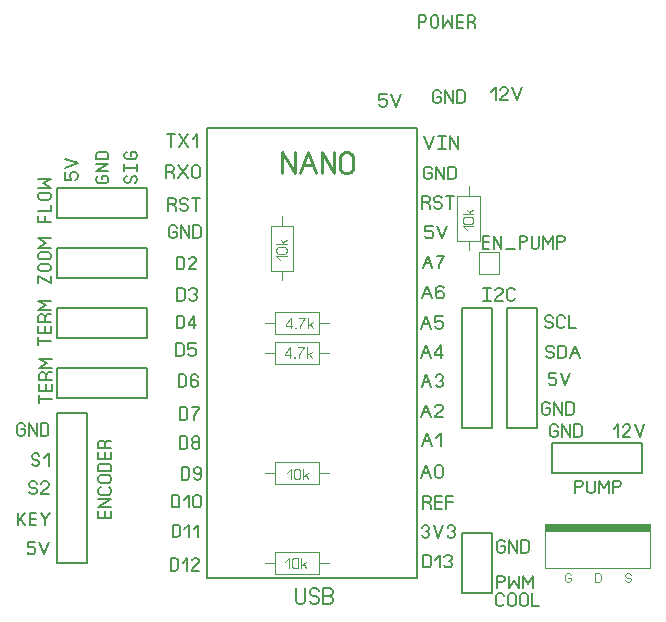
<source format=gbr>
%FSLAX34Y34*%
%MOMM*%
%LNSILK_TOP*%
G71*
G01*
%ADD10C, 0.20*%
%ADD11C, 0.19*%
%ADD12C, 0.10*%
%ADD13C, 0.09*%
%ADD14C, 0.11*%
%ADD15C, 0.22*%
%ADD16C, 0.17*%
%LPD*%
G54D10*
X165100Y876300D02*
X342900Y876300D01*
X342900Y495300D01*
X165100Y495300D01*
X165100Y876300D01*
G54D11*
X349007Y869499D02*
X353007Y858832D01*
X357007Y869499D01*
G54D11*
X360740Y858832D02*
X367140Y858832D01*
G54D11*
X363940Y858832D02*
X363940Y869499D01*
G54D11*
X360740Y869499D02*
X367140Y869499D01*
G54D11*
X370873Y858832D02*
X370873Y869499D01*
X377273Y858832D01*
X377273Y869499D01*
G54D11*
X352207Y838511D02*
X355407Y838511D01*
X355407Y835178D01*
X354607Y833845D01*
X353007Y833178D01*
X351407Y833178D01*
X349807Y833845D01*
X349007Y835178D01*
X349007Y841845D01*
X349807Y843178D01*
X351407Y843845D01*
X353007Y843845D01*
X354607Y843178D01*
X355407Y841845D01*
G54D11*
X359140Y833178D02*
X359140Y843845D01*
X365540Y833178D01*
X365540Y843845D01*
G54D11*
X369273Y833178D02*
X369273Y843845D01*
X373273Y843845D01*
X374873Y843178D01*
X375673Y841845D01*
X375673Y835178D01*
X374873Y833845D01*
X373273Y833178D01*
X369273Y833178D01*
G54D11*
X350557Y813495D02*
X352957Y812162D01*
X353757Y810829D01*
X353757Y808162D01*
G54D11*
X347357Y808162D02*
X347357Y818829D01*
X351357Y818829D01*
X352957Y818162D01*
X353757Y816829D01*
X353757Y815495D01*
X352957Y814162D01*
X351357Y813495D01*
X347357Y813495D01*
G54D11*
X357490Y810162D02*
X358290Y808829D01*
X359890Y808162D01*
X361490Y808162D01*
X363090Y808829D01*
X363890Y810162D01*
X363890Y811495D01*
X363090Y812829D01*
X361490Y813495D01*
X359890Y813495D01*
X358290Y814162D01*
X357490Y815495D01*
X357490Y816829D01*
X358290Y818162D01*
X359890Y818829D01*
X361490Y818829D01*
X363090Y818162D01*
X363890Y816829D01*
G54D11*
X370823Y808162D02*
X370823Y818829D01*
G54D11*
X367623Y818829D02*
X374023Y818829D01*
G54D11*
X356454Y793583D02*
X350054Y793583D01*
X350054Y788916D01*
X350854Y788916D01*
X352454Y789583D01*
X354054Y789583D01*
X355654Y788916D01*
X356454Y787583D01*
X356454Y784916D01*
X355654Y783583D01*
X354054Y782916D01*
X352454Y782916D01*
X350854Y783583D01*
X350054Y784916D01*
G54D11*
X360187Y793583D02*
X364187Y782916D01*
X368187Y793583D01*
G54D11*
X347960Y757785D02*
X351960Y768452D01*
X355960Y757785D01*
G54D11*
X349560Y761785D02*
X354360Y761785D01*
G54D11*
X359693Y768452D02*
X366093Y768452D01*
X365293Y767118D01*
X363693Y765118D01*
X362093Y762452D01*
X361293Y760452D01*
X361293Y757785D01*
G54D11*
X347436Y732130D02*
X351436Y742797D01*
X355436Y732130D01*
G54D11*
X349036Y736130D02*
X353836Y736130D01*
G54D11*
X365569Y740797D02*
X364769Y742130D01*
X363169Y742797D01*
X361569Y742797D01*
X359969Y742130D01*
X359169Y740797D01*
X359169Y737463D01*
X359169Y736797D01*
X361569Y738130D01*
X363169Y738130D01*
X364769Y737463D01*
X365569Y736130D01*
X365569Y734130D01*
X364769Y732797D01*
X363169Y732130D01*
X361569Y732130D01*
X359969Y732797D01*
X359169Y734130D01*
X359169Y737463D01*
G54D11*
X346389Y706476D02*
X350389Y717143D01*
X354389Y706476D01*
G54D11*
X347989Y710476D02*
X352789Y710476D01*
G54D11*
X364522Y717143D02*
X358122Y717143D01*
X358122Y712476D01*
X358922Y712476D01*
X360522Y713143D01*
X362122Y713143D01*
X363722Y712476D01*
X364522Y711143D01*
X364522Y708476D01*
X363722Y707143D01*
X362122Y706476D01*
X360522Y706476D01*
X358922Y707143D01*
X358122Y708476D01*
G54D11*
X346389Y681869D02*
X350389Y692536D01*
X354389Y681869D01*
G54D11*
X347989Y685869D02*
X352789Y685869D01*
G54D11*
X362922Y681869D02*
X362922Y692536D01*
X358122Y685869D01*
X358122Y684536D01*
X364522Y684536D01*
G54D11*
X346913Y657261D02*
X350913Y667928D01*
X354913Y657261D01*
G54D11*
X348513Y661261D02*
X353313Y661261D01*
G54D11*
X358646Y665928D02*
X359446Y667261D01*
X361046Y667928D01*
X362646Y667928D01*
X364246Y667261D01*
X365046Y665928D01*
X365046Y664594D01*
X364246Y663261D01*
X362646Y662594D01*
X364246Y661928D01*
X365046Y660594D01*
X365046Y659261D01*
X364246Y657928D01*
X362646Y657261D01*
X361046Y657261D01*
X359446Y657928D01*
X358646Y659261D01*
G54D11*
X346389Y631607D02*
X350389Y642274D01*
X354389Y631607D01*
G54D11*
X347989Y635607D02*
X352789Y635607D01*
G54D11*
X364522Y631607D02*
X358122Y631607D01*
X358122Y632274D01*
X358922Y633607D01*
X363722Y637607D01*
X364522Y638940D01*
X364522Y640274D01*
X363722Y641607D01*
X362122Y642274D01*
X360522Y642274D01*
X358922Y641607D01*
X358122Y640274D01*
G54D11*
X347436Y607523D02*
X351436Y618190D01*
X355436Y607523D01*
G54D11*
X349036Y611523D02*
X353836Y611523D01*
G54D11*
X359169Y614190D02*
X363169Y618190D01*
X363169Y607523D01*
G54D11*
X346389Y580298D02*
X350389Y590965D01*
X354389Y580298D01*
G54D11*
X347989Y584298D02*
X352789Y584298D01*
G54D11*
X364522Y588965D02*
X364522Y582298D01*
X363722Y580965D01*
X362122Y580298D01*
X360522Y580298D01*
X358922Y580965D01*
X358122Y582298D01*
X358122Y588965D01*
X358922Y590298D01*
X360522Y590965D01*
X362122Y590965D01*
X363722Y590298D01*
X364522Y588965D01*
G54D11*
X351160Y559453D02*
X353560Y558120D01*
X354360Y556787D01*
X354360Y554120D01*
G54D11*
X347960Y554120D02*
X347960Y564787D01*
X351960Y564787D01*
X353560Y564120D01*
X354360Y562787D01*
X354360Y561453D01*
X353560Y560120D01*
X351960Y559453D01*
X347960Y559453D01*
G54D11*
X363693Y554120D02*
X358093Y554120D01*
X358093Y564787D01*
X363693Y564787D01*
G54D11*
X358093Y559453D02*
X363693Y559453D01*
G54D11*
X367426Y554120D02*
X367426Y564787D01*
X373026Y564787D01*
G54D11*
X367426Y559453D02*
X373026Y559453D01*
G54D11*
X346913Y538180D02*
X347713Y539513D01*
X349313Y540180D01*
X350913Y540180D01*
X352513Y539513D01*
X353313Y538180D01*
X353313Y536846D01*
X352513Y535513D01*
X350913Y534846D01*
X352513Y534180D01*
X353313Y532846D01*
X353313Y531513D01*
X352513Y530180D01*
X350913Y529513D01*
X349313Y529513D01*
X347713Y530180D01*
X346913Y531513D01*
G54D11*
X357046Y540180D02*
X361046Y529513D01*
X365046Y540180D01*
G54D11*
X368779Y538180D02*
X369579Y539513D01*
X371179Y540180D01*
X372779Y540180D01*
X374379Y539513D01*
X375179Y538180D01*
X375179Y536846D01*
X374379Y535513D01*
X372779Y534846D01*
X374379Y534180D01*
X375179Y532846D01*
X375179Y531513D01*
X374379Y530180D01*
X372779Y529513D01*
X371179Y529513D01*
X369579Y530180D01*
X368779Y531513D01*
G54D11*
X347960Y504382D02*
X347960Y515049D01*
X351960Y515049D01*
X353560Y514382D01*
X354360Y513049D01*
X354360Y506382D01*
X353560Y505049D01*
X351960Y504382D01*
X347960Y504382D01*
G54D11*
X358093Y511049D02*
X362093Y515049D01*
X362093Y504382D01*
G54D11*
X365826Y513049D02*
X366626Y514382D01*
X368226Y515049D01*
X369826Y515049D01*
X371426Y514382D01*
X372226Y513049D01*
X372226Y511715D01*
X371426Y510382D01*
X369826Y509715D01*
X371426Y509049D01*
X372226Y507715D01*
X372226Y506382D01*
X371426Y505049D01*
X369826Y504382D01*
X368226Y504382D01*
X366626Y505049D01*
X365826Y506382D01*
G54D11*
X134406Y860402D02*
X134406Y871069D01*
G54D11*
X131206Y871069D02*
X137606Y871069D01*
G54D11*
X141339Y871069D02*
X149339Y860402D01*
G54D11*
X141339Y860402D02*
X149339Y871069D01*
G54D11*
X153072Y867069D02*
X157072Y871069D01*
X157072Y860402D01*
G54D11*
X133882Y839557D02*
X136282Y838224D01*
X137082Y836891D01*
X137082Y834224D01*
G54D11*
X130682Y834224D02*
X130682Y844891D01*
X134682Y844891D01*
X136282Y844224D01*
X137082Y842891D01*
X137082Y841557D01*
X136282Y840224D01*
X134682Y839557D01*
X130682Y839557D01*
G54D11*
X140815Y844891D02*
X148815Y834224D01*
G54D11*
X140815Y834224D02*
X148815Y844891D01*
G54D11*
X158948Y842891D02*
X158948Y836224D01*
X158148Y834891D01*
X156548Y834224D01*
X154948Y834224D01*
X153348Y834891D01*
X152548Y836224D01*
X152548Y842891D01*
X153348Y844224D01*
X154948Y844891D01*
X156548Y844891D01*
X158148Y844224D01*
X158948Y842891D01*
G54D11*
X135453Y811808D02*
X137853Y810475D01*
X138653Y809142D01*
X138653Y806475D01*
G54D11*
X132253Y806475D02*
X132253Y817142D01*
X136253Y817142D01*
X137853Y816475D01*
X138653Y815142D01*
X138653Y813808D01*
X137853Y812475D01*
X136253Y811808D01*
X132253Y811808D01*
G54D11*
X142386Y808475D02*
X143186Y807142D01*
X144786Y806475D01*
X146386Y806475D01*
X147986Y807142D01*
X148786Y808475D01*
X148786Y809808D01*
X147986Y811142D01*
X146386Y811808D01*
X144786Y811808D01*
X143186Y812475D01*
X142386Y813808D01*
X142386Y815142D01*
X143186Y816475D01*
X144786Y817142D01*
X146386Y817142D01*
X147986Y816475D01*
X148786Y815142D01*
G54D11*
X155719Y806475D02*
X155719Y817142D01*
G54D11*
X152519Y817142D02*
X158919Y817142D01*
G54D11*
X136500Y788772D02*
X139700Y788772D01*
X139700Y785439D01*
X138900Y784106D01*
X137300Y783439D01*
X135700Y783439D01*
X134100Y784106D01*
X133300Y785439D01*
X133300Y792106D01*
X134100Y793439D01*
X135700Y794106D01*
X137300Y794106D01*
X138900Y793439D01*
X139700Y792106D01*
G54D11*
X143433Y783439D02*
X143433Y794106D01*
X149833Y783439D01*
X149833Y794106D01*
G54D11*
X153566Y783439D02*
X153566Y794106D01*
X157566Y794106D01*
X159166Y793439D01*
X159966Y792106D01*
X159966Y785439D01*
X159166Y784106D01*
X157566Y783439D01*
X153566Y783439D01*
G54D11*
X139583Y756737D02*
X139583Y767404D01*
X143583Y767404D01*
X145183Y766737D01*
X145983Y765404D01*
X145983Y758737D01*
X145183Y757404D01*
X143583Y756737D01*
X139583Y756737D01*
G54D11*
X156116Y756737D02*
X149716Y756737D01*
X149716Y757404D01*
X150516Y758737D01*
X155316Y762737D01*
X156116Y764070D01*
X156116Y765404D01*
X155316Y766737D01*
X153716Y767404D01*
X152116Y767404D01*
X150516Y766737D01*
X149716Y765404D01*
G54D11*
X139700Y730250D02*
X139700Y740917D01*
X143700Y740917D01*
X145300Y740250D01*
X146100Y738917D01*
X146100Y732250D01*
X145300Y730917D01*
X143700Y730250D01*
X139700Y730250D01*
G54D11*
X149833Y738917D02*
X150633Y740250D01*
X152233Y740917D01*
X153833Y740917D01*
X155433Y740250D01*
X156233Y738917D01*
X156233Y737583D01*
X155433Y736250D01*
X153833Y735583D01*
X155433Y734917D01*
X156233Y733583D01*
X156233Y732250D01*
X155433Y730917D01*
X153833Y730250D01*
X152233Y730250D01*
X150633Y730917D01*
X149833Y732250D01*
G54D11*
X139583Y706999D02*
X139583Y717666D01*
X143583Y717666D01*
X145183Y716999D01*
X145983Y715666D01*
X145983Y708999D01*
X145183Y707666D01*
X143583Y706999D01*
X139583Y706999D01*
G54D11*
X154516Y706999D02*
X154516Y717666D01*
X149716Y710999D01*
X149716Y709666D01*
X156116Y709666D01*
G54D11*
X139059Y683439D02*
X139059Y694106D01*
X143059Y694106D01*
X144659Y693439D01*
X145459Y692106D01*
X145459Y685439D01*
X144659Y684106D01*
X143059Y683439D01*
X139059Y683439D01*
G54D11*
X155592Y694106D02*
X149192Y694106D01*
X149192Y689439D01*
X149992Y689439D01*
X151592Y690106D01*
X153192Y690106D01*
X154792Y689439D01*
X155592Y688106D01*
X155592Y685439D01*
X154792Y684106D01*
X153192Y683439D01*
X151592Y683439D01*
X149992Y684106D01*
X149192Y685439D01*
G54D11*
X141154Y657261D02*
X141154Y667928D01*
X145154Y667928D01*
X146754Y667261D01*
X147554Y665928D01*
X147554Y659261D01*
X146754Y657928D01*
X145154Y657261D01*
X141154Y657261D01*
G54D11*
X157687Y665928D02*
X156887Y667261D01*
X155287Y667928D01*
X153687Y667928D01*
X152087Y667261D01*
X151287Y665928D01*
X151287Y662594D01*
X151287Y661928D01*
X153687Y663261D01*
X155287Y663261D01*
X156887Y662594D01*
X157687Y661261D01*
X157687Y659261D01*
X156887Y657928D01*
X155287Y657261D01*
X153687Y657261D01*
X152087Y657928D01*
X151287Y659261D01*
X151287Y662594D01*
G54D11*
X142201Y629512D02*
X142201Y640179D01*
X146201Y640179D01*
X147801Y639512D01*
X148601Y638179D01*
X148601Y631512D01*
X147801Y630179D01*
X146201Y629512D01*
X142201Y629512D01*
G54D11*
X152334Y640179D02*
X158734Y640179D01*
X157934Y638845D01*
X156334Y636845D01*
X154734Y634179D01*
X153934Y632179D01*
X153934Y629512D01*
G54D11*
X142201Y604905D02*
X142201Y615572D01*
X146201Y615572D01*
X147801Y614905D01*
X148601Y613572D01*
X148601Y606905D01*
X147801Y605572D01*
X146201Y604905D01*
X142201Y604905D01*
G54D11*
X156334Y610238D02*
X154734Y610238D01*
X153134Y610905D01*
X152334Y612238D01*
X152334Y613572D01*
X153134Y614905D01*
X154734Y615572D01*
X156334Y615572D01*
X157934Y614905D01*
X158734Y613572D01*
X158734Y612238D01*
X157934Y610905D01*
X156334Y610238D01*
X157934Y609572D01*
X158734Y608238D01*
X158734Y606905D01*
X157934Y605572D01*
X156334Y604905D01*
X154734Y604905D01*
X153134Y605572D01*
X152334Y606905D01*
X152334Y608238D01*
X153134Y609572D01*
X154734Y610238D01*
G54D11*
X143771Y578727D02*
X143771Y589394D01*
X147771Y589394D01*
X149371Y588727D01*
X150171Y587394D01*
X150171Y580727D01*
X149371Y579394D01*
X147771Y578727D01*
X143771Y578727D01*
G54D11*
X153904Y580727D02*
X154704Y579394D01*
X156304Y578727D01*
X157904Y578727D01*
X159504Y579394D01*
X160304Y580727D01*
X160304Y584060D01*
X160304Y584727D01*
X157904Y583394D01*
X156304Y583394D01*
X154704Y584060D01*
X153904Y585394D01*
X153904Y587394D01*
X154704Y588727D01*
X156304Y589394D01*
X157904Y589394D01*
X159504Y588727D01*
X160304Y587394D01*
X160304Y584060D01*
G54D11*
X135394Y555166D02*
X135394Y565833D01*
X139394Y565833D01*
X140994Y565166D01*
X141794Y563833D01*
X141794Y557166D01*
X140994Y555833D01*
X139394Y555166D01*
X135394Y555166D01*
G54D11*
X145527Y561833D02*
X149527Y565833D01*
X149527Y555166D01*
G54D11*
X159660Y563833D02*
X159660Y557166D01*
X158860Y555833D01*
X157260Y555166D01*
X155660Y555166D01*
X154060Y555833D01*
X153260Y557166D01*
X153260Y563833D01*
X154060Y565166D01*
X155660Y565833D01*
X157260Y565833D01*
X158860Y565166D01*
X159660Y563833D01*
G54D11*
X135918Y530036D02*
X135918Y540703D01*
X139918Y540703D01*
X141518Y540036D01*
X142318Y538703D01*
X142318Y532036D01*
X141518Y530703D01*
X139918Y530036D01*
X135918Y530036D01*
G54D11*
X146051Y536703D02*
X150051Y540703D01*
X150051Y530036D01*
G54D11*
X153784Y536703D02*
X157784Y540703D01*
X157784Y530036D01*
G54D11*
X134347Y501763D02*
X134347Y512430D01*
X138347Y512430D01*
X139947Y511763D01*
X140747Y510430D01*
X140747Y503763D01*
X139947Y502430D01*
X138347Y501763D01*
X134347Y501763D01*
G54D11*
X144480Y508430D02*
X148480Y512430D01*
X148480Y501763D01*
G54D11*
X158613Y501763D02*
X152213Y501763D01*
X152213Y502430D01*
X153013Y503763D01*
X157813Y507763D01*
X158613Y509096D01*
X158613Y510430D01*
X157813Y511763D01*
X156213Y512430D01*
X154613Y512430D01*
X153013Y511763D01*
X152213Y510430D01*
G54D11*
X452387Y683628D02*
X453187Y682294D01*
X454787Y681628D01*
X456387Y681628D01*
X457987Y682294D01*
X458787Y683628D01*
X458787Y684961D01*
X457987Y686294D01*
X456387Y686961D01*
X454787Y686961D01*
X453187Y687628D01*
X452387Y688961D01*
X452387Y690294D01*
X453187Y691628D01*
X454787Y692294D01*
X456387Y692294D01*
X457987Y691628D01*
X458787Y690294D01*
G54D11*
X462520Y681628D02*
X462520Y692294D01*
X466520Y692294D01*
X468120Y691628D01*
X468920Y690294D01*
X468920Y683628D01*
X468120Y682294D01*
X466520Y681628D01*
X462520Y681628D01*
G54D11*
X472653Y681628D02*
X476653Y692294D01*
X480653Y681628D01*
G54D11*
X474253Y685628D02*
X479053Y685628D01*
G54D11*
X451701Y709084D02*
X452501Y707751D01*
X454101Y707084D01*
X455701Y707084D01*
X457301Y707751D01*
X458101Y709084D01*
X458101Y710418D01*
X457301Y711751D01*
X455701Y712418D01*
X454101Y712418D01*
X452501Y713084D01*
X451701Y714418D01*
X451701Y715751D01*
X452501Y717084D01*
X454101Y717751D01*
X455701Y717751D01*
X457301Y717084D01*
X458101Y715751D01*
G54D11*
X468234Y709084D02*
X467434Y707751D01*
X465834Y707084D01*
X464234Y707084D01*
X462634Y707751D01*
X461834Y709084D01*
X461834Y715751D01*
X462634Y717084D01*
X464234Y717751D01*
X465834Y717751D01*
X467434Y717084D01*
X468234Y715751D01*
G54D11*
X471967Y717751D02*
X471967Y707084D01*
X477567Y707084D01*
G54D12*
X260300Y720700D02*
X260300Y701700D01*
X222300Y701700D01*
X222300Y720700D01*
X260300Y720700D01*
G54D12*
X260400Y711200D02*
X268300Y711200D01*
G54D12*
X222300Y711200D02*
X214400Y711200D01*
G54D12*
X260300Y695300D02*
X260300Y676300D01*
X222300Y676300D01*
X222300Y695300D01*
X260300Y695300D01*
G54D12*
X260400Y685800D02*
X268300Y685800D01*
G54D12*
X222300Y685800D02*
X214400Y685800D01*
G54D12*
X238100Y755700D02*
X219100Y755700D01*
X219100Y793700D01*
X238100Y793700D01*
X238100Y755700D01*
G54D12*
X228600Y755600D02*
X228600Y747700D01*
G54D12*
X228600Y793700D02*
X228600Y801600D01*
G54D10*
X38100Y825500D02*
X114300Y825500D01*
X114300Y800100D01*
X38100Y800100D01*
X38100Y825500D01*
G54D10*
X38100Y774700D02*
X114300Y774700D01*
X114300Y749300D01*
X38100Y749300D01*
X38100Y774700D01*
G54D10*
X38100Y723900D02*
X114300Y723900D01*
X114300Y698500D01*
X38100Y698500D01*
X38100Y723900D01*
G54D10*
X38100Y647700D02*
X114300Y647700D01*
X114300Y673100D01*
X38100Y673100D01*
X38100Y647700D01*
G54D11*
X32923Y796758D02*
X22256Y796758D01*
X22256Y802358D01*
G54D11*
X27590Y796758D02*
X27590Y802358D01*
G54D11*
X22256Y806091D02*
X32923Y806091D01*
X32923Y811691D01*
G54D11*
X24256Y821824D02*
X30923Y821824D01*
X32256Y821024D01*
X32923Y819424D01*
X32923Y817824D01*
X32256Y816224D01*
X30923Y815424D01*
X24256Y815424D01*
X22923Y816224D01*
X22256Y817824D01*
X22256Y819424D01*
X22923Y821024D01*
X24256Y821824D01*
G54D11*
X22256Y825557D02*
X32923Y825557D01*
X26256Y829557D01*
X32923Y833557D01*
X22256Y833557D01*
G54D11*
X22256Y744895D02*
X22256Y751295D01*
X32923Y744895D01*
X32923Y751295D01*
G54D11*
X24256Y761428D02*
X30923Y761428D01*
X32256Y760628D01*
X32923Y759028D01*
X32923Y757428D01*
X32256Y755828D01*
X30923Y755028D01*
X24256Y755028D01*
X22923Y755828D01*
X22256Y757428D01*
X22256Y759028D01*
X22923Y760628D01*
X24256Y761428D01*
G54D11*
X24256Y771561D02*
X30923Y771561D01*
X32256Y770761D01*
X32923Y769161D01*
X32923Y767561D01*
X32256Y765961D01*
X30923Y765161D01*
X24256Y765161D01*
X22923Y765961D01*
X22256Y767561D01*
X22256Y769161D01*
X22923Y770761D01*
X24256Y771561D01*
G54D11*
X32923Y775294D02*
X22256Y775294D01*
X28923Y779294D01*
X22256Y783294D01*
X32923Y783294D01*
G54D11*
X32923Y695921D02*
X22256Y695921D01*
G54D11*
X22256Y692721D02*
X22256Y699121D01*
G54D11*
X32923Y708454D02*
X32923Y702854D01*
X22256Y702854D01*
X22256Y708454D01*
G54D11*
X27590Y702854D02*
X27590Y708454D01*
G54D11*
X27590Y715387D02*
X28923Y717787D01*
X30256Y718587D01*
X32923Y718587D01*
G54D11*
X32923Y712187D02*
X22256Y712187D01*
X22256Y716187D01*
X22923Y717787D01*
X24256Y718587D01*
X25590Y718587D01*
X26923Y717787D01*
X27590Y716187D01*
X27590Y712187D01*
G54D11*
X32923Y722320D02*
X22256Y722320D01*
X28923Y726320D01*
X22256Y730320D01*
X32923Y730320D01*
G54D11*
X33855Y646852D02*
X23188Y646852D01*
G54D11*
X23188Y643652D02*
X23188Y650052D01*
G54D11*
X33855Y659385D02*
X33855Y653785D01*
X23188Y653785D01*
X23188Y659385D01*
G54D11*
X28522Y653785D02*
X28522Y659385D01*
G54D11*
X28522Y666318D02*
X29855Y668718D01*
X31188Y669518D01*
X33855Y669518D01*
G54D11*
X33855Y663118D02*
X23188Y663118D01*
X23188Y667118D01*
X23855Y668718D01*
X25188Y669518D01*
X26522Y669518D01*
X27855Y668718D01*
X28522Y667118D01*
X28522Y663118D01*
G54D11*
X33855Y673251D02*
X23188Y673251D01*
X29855Y677251D01*
X23188Y681251D01*
X33855Y681251D01*
G54D11*
X76348Y832877D02*
X76348Y836077D01*
X79681Y836077D01*
X81014Y835277D01*
X81681Y833677D01*
X81681Y832077D01*
X81014Y830477D01*
X79681Y829677D01*
X73014Y829677D01*
X71681Y830477D01*
X71014Y832077D01*
X71014Y833677D01*
X71681Y835277D01*
X73014Y836077D01*
G54D11*
X81681Y839810D02*
X71014Y839810D01*
X81681Y846210D01*
X71014Y846210D01*
G54D11*
X81681Y849943D02*
X71014Y849943D01*
X71014Y853943D01*
X71681Y855543D01*
X73014Y856343D01*
X79681Y856343D01*
X81014Y855543D01*
X81681Y853943D01*
X81681Y849943D01*
G54D11*
X44927Y838872D02*
X44927Y832472D01*
X49594Y832472D01*
X49594Y833272D01*
X48927Y834872D01*
X48927Y836472D01*
X49594Y838072D01*
X50927Y838872D01*
X53594Y838872D01*
X54927Y838072D01*
X55594Y836472D01*
X55594Y834872D01*
X54927Y833272D01*
X53594Y832472D01*
G54D11*
X44927Y842605D02*
X55594Y846605D01*
X44927Y850605D01*
G54D11*
X103905Y829677D02*
X105238Y830477D01*
X105905Y832077D01*
X105905Y833677D01*
X105238Y835277D01*
X103905Y836077D01*
X102572Y836077D01*
X101238Y835277D01*
X100572Y833677D01*
X100572Y832077D01*
X99905Y830477D01*
X98572Y829677D01*
X97238Y829677D01*
X95905Y830477D01*
X95238Y832077D01*
X95238Y833677D01*
X95905Y835277D01*
X97238Y836077D01*
G54D11*
X105905Y839810D02*
X105905Y846210D01*
G54D11*
X105905Y843010D02*
X95238Y843010D01*
G54D11*
X95238Y839810D02*
X95238Y846210D01*
G54D11*
X100572Y853143D02*
X100572Y856343D01*
X103905Y856343D01*
X105238Y855543D01*
X105905Y853943D01*
X105905Y852343D01*
X105238Y850743D01*
X103905Y849943D01*
X97238Y849943D01*
X95905Y850743D01*
X95238Y852343D01*
X95238Y853943D01*
X95905Y855543D01*
X97238Y856343D01*
G54D10*
X38100Y635000D02*
X63500Y635000D01*
X63500Y508000D01*
X38100Y508000D01*
X38100Y635000D01*
G54D11*
X83831Y551881D02*
X83831Y546281D01*
X73164Y546281D01*
X73164Y551881D01*
G54D11*
X78498Y546281D02*
X78498Y551881D01*
G54D11*
X83831Y555614D02*
X73164Y555614D01*
X83831Y562014D01*
X73164Y562014D01*
G54D11*
X81831Y572147D02*
X83164Y571347D01*
X83831Y569747D01*
X83831Y568147D01*
X83164Y566547D01*
X81831Y565747D01*
X75164Y565747D01*
X73831Y566547D01*
X73164Y568147D01*
X73164Y569747D01*
X73831Y571347D01*
X75164Y572147D01*
G54D11*
X75164Y582280D02*
X81831Y582280D01*
X83164Y581480D01*
X83831Y579880D01*
X83831Y578280D01*
X83164Y576680D01*
X81831Y575880D01*
X75164Y575880D01*
X73831Y576680D01*
X73164Y578280D01*
X73164Y579880D01*
X73831Y581480D01*
X75164Y582280D01*
G54D11*
X83831Y586013D02*
X73164Y586013D01*
X73164Y590013D01*
X73831Y591613D01*
X75164Y592413D01*
X81831Y592413D01*
X83164Y591613D01*
X83831Y590013D01*
X83831Y586013D01*
G54D11*
X83831Y601746D02*
X83831Y596146D01*
X73164Y596146D01*
X73164Y601746D01*
G54D11*
X78498Y596146D02*
X78498Y601746D01*
G54D11*
X78498Y608679D02*
X79831Y611079D01*
X81164Y611879D01*
X83831Y611879D01*
G54D11*
X83831Y605479D02*
X73164Y605479D01*
X73164Y609479D01*
X73831Y611079D01*
X75164Y611879D01*
X76498Y611879D01*
X77831Y611079D01*
X78498Y609479D01*
X78498Y605479D01*
G54D11*
X7450Y621248D02*
X10650Y621248D01*
X10650Y617915D01*
X9850Y616582D01*
X8250Y615915D01*
X6650Y615915D01*
X5050Y616582D01*
X4250Y617915D01*
X4250Y624582D01*
X5050Y625915D01*
X6650Y626582D01*
X8250Y626582D01*
X9850Y625915D01*
X10650Y624582D01*
G54D11*
X14383Y615915D02*
X14383Y626582D01*
X20783Y615915D01*
X20783Y626582D01*
G54D11*
X24516Y615915D02*
X24516Y626582D01*
X28516Y626582D01*
X30116Y625915D01*
X30916Y624582D01*
X30916Y617915D01*
X30116Y616582D01*
X28516Y615915D01*
X24516Y615915D01*
G54D11*
X19550Y526058D02*
X13150Y526058D01*
X13150Y521391D01*
X13950Y521391D01*
X15550Y522058D01*
X17150Y522058D01*
X18750Y521391D01*
X19550Y520058D01*
X19550Y517391D01*
X18750Y516058D01*
X17150Y515391D01*
X15550Y515391D01*
X13950Y516058D01*
X13150Y517391D01*
G54D11*
X23283Y526058D02*
X27283Y515391D01*
X31283Y526058D01*
G54D11*
X16815Y592260D02*
X17615Y590927D01*
X19215Y590260D01*
X20815Y590260D01*
X22415Y590927D01*
X23215Y592260D01*
X23215Y593593D01*
X22415Y594927D01*
X20815Y595593D01*
X19215Y595593D01*
X17615Y596260D01*
X16815Y597593D01*
X16815Y598927D01*
X17615Y600260D01*
X19215Y600927D01*
X20815Y600927D01*
X22415Y600260D01*
X23215Y598927D01*
G54D11*
X26948Y596927D02*
X30948Y600927D01*
X30948Y590260D01*
G54D11*
X14721Y568700D02*
X15521Y567367D01*
X17121Y566700D01*
X18721Y566700D01*
X20321Y567367D01*
X21121Y568700D01*
X21121Y570033D01*
X20321Y571367D01*
X18721Y572033D01*
X17121Y572033D01*
X15521Y572700D01*
X14721Y574033D01*
X14721Y575367D01*
X15521Y576700D01*
X17121Y577367D01*
X18721Y577367D01*
X20321Y576700D01*
X21121Y575367D01*
G54D11*
X31254Y566700D02*
X24854Y566700D01*
X24854Y567367D01*
X25654Y568700D01*
X30454Y572700D01*
X31254Y574033D01*
X31254Y575367D01*
X30454Y576700D01*
X28854Y577367D01*
X27254Y577367D01*
X25654Y576700D01*
X24854Y575367D01*
G54D12*
X260300Y593700D02*
X260300Y574700D01*
X222300Y574700D01*
X222300Y593700D01*
X260300Y593700D01*
G54D12*
X260400Y584200D02*
X268300Y584200D01*
G54D12*
X222300Y584200D02*
X214400Y584200D01*
G54D12*
X260300Y517500D02*
X260300Y498500D01*
X222300Y498500D01*
X222300Y517500D01*
X260300Y517500D01*
G54D12*
X260400Y508000D02*
X268300Y508000D01*
G54D12*
X222300Y508000D02*
X214400Y508000D01*
G36*
X451095Y535149D02*
X539895Y535149D01*
X539895Y541549D01*
X451095Y541549D01*
X451095Y535149D01*
G37*
G54D12*
X451095Y535149D02*
X539895Y535149D01*
X539895Y541549D01*
X451095Y541549D01*
X451095Y535149D01*
G54D12*
X451095Y541549D02*
X451095Y503549D01*
X540095Y503549D01*
X540095Y541549D01*
X451095Y541549D01*
G54D13*
X470695Y495849D02*
X472895Y495849D01*
X472895Y493549D01*
X472295Y492649D01*
X471295Y492249D01*
X470195Y492249D01*
X469095Y492649D01*
X468595Y493549D01*
X468595Y498049D01*
X469095Y498949D01*
X470195Y499349D01*
X471295Y499349D01*
X472295Y498949D01*
X472895Y498049D01*
G54D13*
X493995Y492249D02*
X493995Y499349D01*
X496695Y499349D01*
X497695Y498949D01*
X498295Y498049D01*
X498295Y493549D01*
X497695Y492649D01*
X496695Y492249D01*
X493995Y492249D01*
G54D13*
X519395Y493549D02*
X519895Y492649D01*
X520995Y492249D01*
X522095Y492249D01*
X523095Y492649D01*
X523695Y493549D01*
X523695Y494449D01*
X523095Y495349D01*
X522095Y495849D01*
X520995Y495849D01*
X519895Y496249D01*
X519395Y497149D01*
X519395Y498049D01*
X519895Y498949D01*
X520995Y499349D01*
X522095Y499349D01*
X523095Y498949D01*
X523695Y498049D01*
G54D10*
X381000Y533400D02*
X406400Y533400D01*
X406400Y482600D01*
X381000Y482600D01*
X381000Y533400D01*
G54D10*
X381000Y723900D02*
X406400Y723900D01*
X406400Y622300D01*
X381000Y622300D01*
X381000Y723900D01*
G54D10*
X419100Y723900D02*
X444500Y723900D01*
X444500Y622300D01*
X419100Y622300D01*
X419100Y723900D01*
G54D10*
X457200Y609600D02*
X533400Y609600D01*
X533400Y584200D01*
X457200Y584200D01*
X457200Y609600D01*
G54D11*
X411056Y486595D02*
X411056Y497262D01*
X415056Y497262D01*
X416656Y496595D01*
X417456Y495262D01*
X417456Y493928D01*
X416656Y492595D01*
X415056Y491928D01*
X411056Y491928D01*
G54D11*
X421189Y497262D02*
X421189Y486595D01*
X425189Y493262D01*
X429189Y486595D01*
X429189Y497262D01*
G54D11*
X432922Y486595D02*
X432922Y497262D01*
X436922Y490595D01*
X440922Y497262D01*
X440922Y486595D01*
G54D11*
X414256Y522295D02*
X417456Y522295D01*
X417456Y518962D01*
X416656Y517629D01*
X415056Y516962D01*
X413456Y516962D01*
X411856Y517629D01*
X411056Y518962D01*
X411056Y525629D01*
X411856Y526962D01*
X413456Y527629D01*
X415056Y527629D01*
X416656Y526962D01*
X417456Y525629D01*
G54D11*
X421189Y516962D02*
X421189Y527629D01*
X427589Y516962D01*
X427589Y527629D01*
G54D11*
X431322Y516962D02*
X431322Y527629D01*
X435322Y527629D01*
X436922Y526962D01*
X437722Y525629D01*
X437722Y518962D01*
X436922Y517629D01*
X435322Y516962D01*
X431322Y516962D01*
G54D11*
X458759Y620200D02*
X461959Y620200D01*
X461959Y616867D01*
X461159Y615534D01*
X459559Y614867D01*
X457959Y614867D01*
X456359Y615534D01*
X455559Y616867D01*
X455559Y623534D01*
X456359Y624867D01*
X457959Y625534D01*
X459559Y625534D01*
X461159Y624867D01*
X461959Y623534D01*
G54D11*
X465692Y614867D02*
X465692Y625534D01*
X472092Y614867D01*
X472092Y625534D01*
G54D11*
X475825Y614867D02*
X475825Y625534D01*
X479825Y625534D01*
X481425Y624867D01*
X482225Y623534D01*
X482225Y616867D01*
X481425Y615534D01*
X479825Y614867D01*
X475825Y614867D01*
G54D11*
X509485Y621534D02*
X513485Y625534D01*
X513485Y614867D01*
G54D11*
X523618Y614867D02*
X517218Y614867D01*
X517218Y615534D01*
X518018Y616867D01*
X522818Y620867D01*
X523618Y622200D01*
X523618Y623534D01*
X522818Y624867D01*
X521218Y625534D01*
X519618Y625534D01*
X518018Y624867D01*
X517218Y623534D01*
G54D11*
X527351Y625534D02*
X531351Y614867D01*
X535351Y625534D01*
G54D11*
X405820Y906875D02*
X409820Y910875D01*
X409820Y900208D01*
G54D11*
X419953Y900208D02*
X413553Y900208D01*
X413553Y900875D01*
X414353Y902208D01*
X419153Y906208D01*
X419953Y907541D01*
X419953Y908875D01*
X419153Y910208D01*
X417553Y910875D01*
X415953Y910875D01*
X414353Y910208D01*
X413553Y908875D01*
G54D11*
X423686Y910875D02*
X427686Y900208D01*
X431686Y910875D01*
G54D11*
X359806Y902923D02*
X363006Y902923D01*
X363006Y899590D01*
X362206Y898257D01*
X360606Y897590D01*
X359006Y897590D01*
X357406Y898257D01*
X356606Y899590D01*
X356606Y906257D01*
X357406Y907590D01*
X359006Y908257D01*
X360606Y908257D01*
X362206Y907590D01*
X363006Y906257D01*
G54D11*
X366739Y897590D02*
X366739Y908257D01*
X373139Y897590D01*
X373139Y908257D01*
G54D11*
X376872Y897590D02*
X376872Y908257D01*
X380872Y908257D01*
X382472Y907590D01*
X383272Y906257D01*
X383272Y899590D01*
X382472Y898257D01*
X380872Y897590D01*
X376872Y897590D01*
G54D11*
X317456Y905116D02*
X311056Y905116D01*
X311056Y900449D01*
X311856Y900449D01*
X313456Y901116D01*
X315056Y901116D01*
X316656Y900449D01*
X317456Y899116D01*
X317456Y896449D01*
X316656Y895116D01*
X315056Y894449D01*
X313456Y894449D01*
X311856Y895116D01*
X311056Y896449D01*
G54D11*
X321189Y905116D02*
X325189Y894449D01*
X329189Y905116D01*
G54D11*
X4773Y539998D02*
X4773Y550665D01*
G54D11*
X4773Y543331D02*
X11173Y550665D01*
G54D11*
X7173Y545331D02*
X11173Y539998D01*
G54D11*
X20506Y539998D02*
X14906Y539998D01*
X14906Y550665D01*
X20506Y550665D01*
G54D11*
X14906Y545331D02*
X20506Y545331D01*
G54D11*
X24239Y550665D02*
X28239Y545331D01*
X28239Y539998D01*
G54D11*
X28239Y545331D02*
X32239Y550665D01*
G54D11*
X460835Y669134D02*
X454435Y669134D01*
X454435Y664467D01*
X455235Y664467D01*
X456835Y665134D01*
X458435Y665134D01*
X460035Y664467D01*
X460835Y663134D01*
X460835Y660467D01*
X460035Y659134D01*
X458435Y658467D01*
X456835Y658467D01*
X455235Y659134D01*
X454435Y660467D01*
G54D11*
X464568Y669134D02*
X468568Y658467D01*
X472568Y669134D01*
G54D11*
X451990Y639204D02*
X455190Y639204D01*
X455190Y635871D01*
X454390Y634538D01*
X452790Y633871D01*
X451190Y633871D01*
X449590Y634538D01*
X448790Y635871D01*
X448790Y642538D01*
X449590Y643871D01*
X451190Y644538D01*
X452790Y644538D01*
X454390Y643871D01*
X455190Y642538D01*
G54D11*
X458923Y633871D02*
X458923Y644538D01*
X465323Y633871D01*
X465323Y644538D01*
G54D11*
X469056Y633871D02*
X469056Y644538D01*
X473056Y644538D01*
X474656Y643871D01*
X475456Y642538D01*
X475456Y635871D01*
X474656Y634538D01*
X473056Y633871D01*
X469056Y633871D01*
G54D11*
X477016Y567338D02*
X477016Y578005D01*
X481016Y578005D01*
X482616Y577338D01*
X483416Y576005D01*
X483416Y574671D01*
X482616Y573338D01*
X481016Y572671D01*
X477016Y572671D01*
G54D11*
X487149Y578005D02*
X487149Y569338D01*
X487949Y568005D01*
X489549Y567338D01*
X491149Y567338D01*
X492749Y568005D01*
X493549Y569338D01*
X493549Y578005D01*
G54D11*
X497282Y567338D02*
X497282Y578005D01*
X501282Y571338D01*
X505282Y578005D01*
X505282Y567338D01*
G54D11*
X509015Y567338D02*
X509015Y578005D01*
X513015Y578005D01*
X514615Y577338D01*
X515415Y576005D01*
X515415Y574671D01*
X514615Y573338D01*
X513015Y572671D01*
X509015Y572671D01*
G54D11*
X416348Y473728D02*
X415548Y472395D01*
X413948Y471728D01*
X412348Y471728D01*
X410748Y472395D01*
X409948Y473728D01*
X409948Y480395D01*
X410748Y481728D01*
X412348Y482395D01*
X413948Y482395D01*
X415548Y481728D01*
X416348Y480395D01*
G54D11*
X426481Y480395D02*
X426481Y473728D01*
X425681Y472395D01*
X424081Y471728D01*
X422481Y471728D01*
X420881Y472395D01*
X420081Y473728D01*
X420081Y480395D01*
X420881Y481728D01*
X422481Y482395D01*
X424081Y482395D01*
X425681Y481728D01*
X426481Y480395D01*
G54D11*
X436614Y480395D02*
X436614Y473728D01*
X435814Y472395D01*
X434214Y471728D01*
X432614Y471728D01*
X431014Y472395D01*
X430214Y473728D01*
X430214Y480395D01*
X431014Y481728D01*
X432614Y482395D01*
X434214Y482395D01*
X435814Y481728D01*
X436614Y480395D01*
G54D11*
X440347Y482395D02*
X440347Y471728D01*
X445947Y471728D01*
G54D11*
X398953Y730366D02*
X405353Y730366D01*
G54D11*
X402153Y730366D02*
X402153Y741033D01*
G54D11*
X398953Y741033D02*
X405353Y741033D01*
G54D11*
X415486Y730366D02*
X409086Y730366D01*
X409086Y731033D01*
X409886Y732366D01*
X414686Y736366D01*
X415486Y737699D01*
X415486Y739033D01*
X414686Y740366D01*
X413086Y741033D01*
X411486Y741033D01*
X409886Y740366D01*
X409086Y739033D01*
G54D11*
X425619Y732366D02*
X424819Y731033D01*
X423219Y730366D01*
X421619Y730366D01*
X420019Y731033D01*
X419219Y732366D01*
X419219Y739033D01*
X420019Y740366D01*
X421619Y741033D01*
X423219Y741033D01*
X424819Y740366D01*
X425619Y739033D01*
G54D11*
X344503Y961257D02*
X344503Y971924D01*
X348503Y971924D01*
X350103Y971257D01*
X350903Y969924D01*
X350903Y968590D01*
X350103Y967257D01*
X348503Y966590D01*
X344503Y966590D01*
G54D11*
X361036Y969924D02*
X361036Y963257D01*
X360236Y961924D01*
X358636Y961257D01*
X357036Y961257D01*
X355436Y961924D01*
X354636Y963257D01*
X354636Y969924D01*
X355436Y971257D01*
X357036Y971924D01*
X358636Y971924D01*
X360236Y971257D01*
X361036Y969924D01*
G54D11*
X364769Y971924D02*
X364769Y961257D01*
X368769Y967924D01*
X372769Y961257D01*
X372769Y971924D01*
G54D11*
X382102Y961257D02*
X376502Y961257D01*
X376502Y971924D01*
X382102Y971924D01*
G54D11*
X376502Y966590D02*
X382102Y966590D01*
G54D11*
X389035Y966590D02*
X391435Y965257D01*
X392235Y963924D01*
X392235Y961257D01*
G54D11*
X385835Y961257D02*
X385835Y971924D01*
X389835Y971924D01*
X391435Y971257D01*
X392235Y969924D01*
X392235Y968590D01*
X391435Y967257D01*
X389835Y966590D01*
X385835Y966590D01*
G54D14*
X235937Y706806D02*
X235937Y715695D01*
X231937Y710139D01*
X231937Y709028D01*
X237270Y709028D01*
G54D14*
X240247Y706806D02*
X239714Y706806D01*
X239714Y707250D01*
X240247Y707250D01*
X240247Y706806D01*
X239714Y706806D01*
G54D14*
X242691Y715695D02*
X248024Y715695D01*
X247358Y714584D01*
X246024Y712917D01*
X244691Y710695D01*
X244024Y709028D01*
X244024Y706806D01*
G54D14*
X250468Y706806D02*
X250468Y715695D01*
G54D14*
X252468Y710139D02*
X254468Y706806D01*
G54D14*
X250468Y709028D02*
X254468Y711806D01*
G54D14*
X235086Y681993D02*
X235086Y690882D01*
X231086Y685327D01*
X231086Y684216D01*
X236419Y684216D01*
G54D14*
X239396Y681993D02*
X238863Y681993D01*
X238863Y682438D01*
X239396Y682438D01*
X239396Y681993D01*
X238863Y681993D01*
G54D14*
X241840Y690882D02*
X247173Y690882D01*
X246506Y689771D01*
X245173Y688105D01*
X243840Y685882D01*
X243173Y684216D01*
X243173Y681993D01*
G54D14*
X249617Y681993D02*
X249617Y690882D01*
G54D14*
X251617Y685327D02*
X253617Y681993D01*
G54D14*
X249617Y684216D02*
X253617Y686993D01*
G54D14*
X226905Y764398D02*
X223572Y767731D01*
X232461Y767731D01*
G54D14*
X225239Y775508D02*
X230794Y775508D01*
X231905Y774842D01*
X232461Y773508D01*
X232461Y772175D01*
X231905Y770842D01*
X230794Y770175D01*
X225239Y770175D01*
X224128Y770842D01*
X223572Y772175D01*
X223572Y773508D01*
X224128Y774842D01*
X225239Y775508D01*
G54D14*
X232461Y777952D02*
X223572Y777952D01*
G54D14*
X229128Y779952D02*
X232461Y781952D01*
G54D14*
X230239Y777952D02*
X227461Y781952D01*
G54D14*
X232984Y584614D02*
X236317Y587947D01*
X236317Y579058D01*
G54D14*
X244094Y586280D02*
X244094Y580725D01*
X243428Y579614D01*
X242094Y579058D01*
X240761Y579058D01*
X239428Y579614D01*
X238761Y580725D01*
X238761Y586280D01*
X239428Y587391D01*
X240761Y587947D01*
X242094Y587947D01*
X243428Y587391D01*
X244094Y586280D01*
G54D14*
X246538Y579058D02*
X246538Y587947D01*
G54D14*
X248538Y582391D02*
X250538Y579058D01*
G54D14*
X246538Y581280D02*
X250538Y584058D01*
G54D14*
X231414Y509221D02*
X234747Y512554D01*
X234747Y503665D01*
G54D14*
X242524Y510887D02*
X242524Y505332D01*
X241858Y504221D01*
X240524Y503665D01*
X239191Y503665D01*
X237858Y504221D01*
X237191Y505332D01*
X237191Y510887D01*
X237858Y511998D01*
X239191Y512554D01*
X240524Y512554D01*
X241858Y511998D01*
X242524Y510887D01*
G54D14*
X244968Y503665D02*
X244968Y512554D01*
G54D14*
X246968Y506998D02*
X248968Y503665D01*
G54D14*
X244968Y505887D02*
X248968Y508665D01*
G54D15*
X228600Y838200D02*
X228600Y855978D01*
X239267Y838200D01*
X239267Y855978D01*
G54D15*
X244156Y838200D02*
X250823Y855978D01*
X257489Y838200D01*
G54D15*
X246823Y844867D02*
X254823Y844867D01*
G54D15*
X262378Y838200D02*
X262378Y855978D01*
X273045Y838200D01*
X273045Y855978D01*
G54D15*
X288601Y852644D02*
X288601Y841533D01*
X287267Y839311D01*
X284601Y838200D01*
X281934Y838200D01*
X279267Y839311D01*
X277934Y841533D01*
X277934Y852644D01*
X279267Y854867D01*
X281934Y855978D01*
X284601Y855978D01*
X287267Y854867D01*
X288601Y852644D01*
G54D16*
X240314Y486631D02*
X240314Y475798D01*
X241314Y474131D01*
X243314Y473298D01*
X245314Y473298D01*
X247314Y474131D01*
X248314Y475798D01*
X248314Y486631D01*
G54D16*
X251981Y475798D02*
X252981Y474131D01*
X254981Y473298D01*
X256981Y473298D01*
X258981Y474131D01*
X259981Y475798D01*
X259981Y477465D01*
X258981Y479131D01*
X256981Y479965D01*
X254981Y479965D01*
X252981Y480798D01*
X251981Y482465D01*
X251981Y484131D01*
X252981Y485798D01*
X254981Y486631D01*
X256981Y486631D01*
X258981Y485798D01*
X259981Y484131D01*
G54D16*
X263648Y473298D02*
X263648Y486631D01*
X268648Y486631D01*
X270648Y485798D01*
X271648Y484131D01*
X271648Y482465D01*
X270648Y480798D01*
X268648Y479965D01*
X270648Y479131D01*
X271648Y477465D01*
X271648Y475798D01*
X270648Y474131D01*
X268648Y473298D01*
X263648Y473298D01*
G54D16*
X263648Y479965D02*
X268648Y479965D01*
G54D11*
X404138Y774427D02*
X398538Y774427D01*
X398538Y785093D01*
X404138Y785093D01*
G54D11*
X398538Y779760D02*
X404138Y779760D01*
G54D11*
X407871Y774427D02*
X407871Y785093D01*
X414271Y774427D01*
X414271Y785093D01*
G54D11*
X418004Y774427D02*
X426004Y774427D01*
G54D11*
X429737Y774427D02*
X429737Y785093D01*
X433737Y785093D01*
X435337Y784427D01*
X436137Y783093D01*
X436137Y781760D01*
X435337Y780427D01*
X433737Y779760D01*
X429737Y779760D01*
G54D11*
X439870Y785093D02*
X439870Y776427D01*
X440670Y775093D01*
X442270Y774427D01*
X443870Y774427D01*
X445470Y775093D01*
X446270Y776427D01*
X446270Y785093D01*
G54D11*
X450003Y774427D02*
X450003Y785093D01*
X454003Y778427D01*
X458003Y785093D01*
X458003Y774427D01*
G54D11*
X461736Y774427D02*
X461736Y785093D01*
X465736Y785093D01*
X467336Y784427D01*
X468136Y783093D01*
X468136Y781760D01*
X467336Y780427D01*
X465736Y779760D01*
X461736Y779760D01*
G54D12*
X396194Y781132D02*
X377194Y781132D01*
X377194Y819132D01*
X396194Y819132D01*
X396194Y781132D01*
G54D12*
X386694Y781032D02*
X386694Y773132D01*
G54D12*
X386694Y819132D02*
X386694Y827032D01*
G54D14*
X384999Y789830D02*
X381666Y793164D01*
X390555Y793164D01*
G54D14*
X383332Y800941D02*
X388888Y800941D01*
X389999Y800274D01*
X390555Y798941D01*
X390555Y797607D01*
X389999Y796274D01*
X388888Y795607D01*
X383332Y795607D01*
X382221Y796274D01*
X381666Y797607D01*
X381666Y798941D01*
X382221Y800274D01*
X383332Y800941D01*
G54D14*
X390555Y803384D02*
X381666Y803384D01*
G54D14*
X387221Y805384D02*
X390555Y807384D01*
G54D14*
X388332Y803384D02*
X385555Y807384D01*
G54D12*
X395413Y771560D02*
X412477Y771560D01*
X412477Y752661D01*
X395413Y752661D01*
X395413Y771560D01*
M02*

</source>
